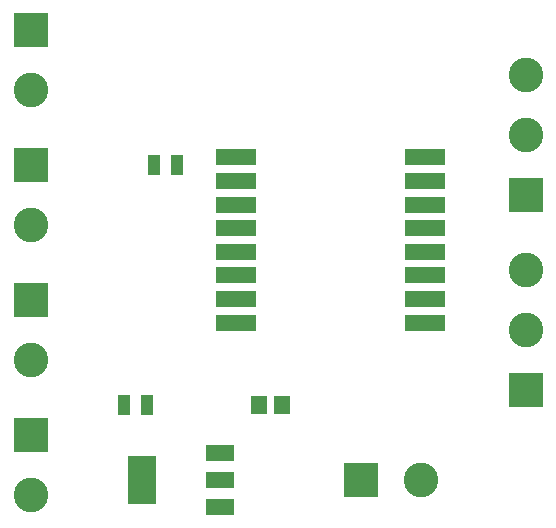
<source format=gbr>
G04 #@! TF.GenerationSoftware,KiCad,Pcbnew,5.0.0-fee4fd1~66~ubuntu16.04.1*
G04 #@! TF.CreationDate,2018-09-27T13:50:44+02:00*
G04 #@! TF.ProjectId,LedDimmer_ESP8266,4C656444696D6D65725F455350383236,rev?*
G04 #@! TF.SameCoordinates,Original*
G04 #@! TF.FileFunction,Soldermask,Top*
G04 #@! TF.FilePolarity,Negative*
%FSLAX46Y46*%
G04 Gerber Fmt 4.6, Leading zero omitted, Abs format (unit mm)*
G04 Created by KiCad (PCBNEW 5.0.0-fee4fd1~66~ubuntu16.04.1) date Thu Sep 27 13:50:44 2018*
%MOMM*%
%LPD*%
G01*
G04 APERTURE LIST*
%ADD10R,2.940000X2.940000*%
%ADD11C,2.940000*%
%ADD12R,1.400000X1.650000*%
%ADD13R,1.100000X1.700000*%
%ADD14R,2.432000X4.057600*%
%ADD15R,2.432000X1.416000*%
%ADD16R,3.400000X1.400000*%
G04 APERTURE END LIST*
D10*
G04 #@! TO.C,5VIN1*
X172720000Y-116840000D03*
D11*
X177800000Y-116840000D03*
G04 #@! TD*
D10*
G04 #@! TO.C,BT1*
X144780000Y-113030000D03*
D11*
X144780000Y-118110000D03*
G04 #@! TD*
D10*
G04 #@! TO.C,BT2*
X144780000Y-90170000D03*
D11*
X144780000Y-95250000D03*
G04 #@! TD*
D12*
G04 #@! TO.C,C1*
X164100000Y-110490000D03*
X166100000Y-110490000D03*
G04 #@! TD*
D10*
G04 #@! TO.C,LED_BT1*
X144780000Y-101600000D03*
D11*
X144780000Y-106680000D03*
G04 #@! TD*
D10*
G04 #@! TO.C,LED_BT2*
X144780000Y-78740000D03*
D11*
X144780000Y-83820000D03*
G04 #@! TD*
D10*
G04 #@! TO.C,LED_STRIP_1*
X186690000Y-92710000D03*
D11*
X186690000Y-87630000D03*
X186690000Y-82550000D03*
G04 #@! TD*
D10*
G04 #@! TO.C,LED_STRIP_2*
X186690000Y-109220000D03*
D11*
X186690000Y-104140000D03*
X186690000Y-99060000D03*
G04 #@! TD*
D13*
G04 #@! TO.C,R1*
X154620000Y-110490000D03*
X152720000Y-110490000D03*
G04 #@! TD*
G04 #@! TO.C,R2*
X157160000Y-90170000D03*
X155260000Y-90170000D03*
G04 #@! TD*
D14*
G04 #@! TO.C,U1*
X154178000Y-116840000D03*
D15*
X160782000Y-116840000D03*
X160782000Y-114554000D03*
X160782000Y-119126000D03*
G04 #@! TD*
D16*
G04 #@! TO.C,U2*
X162180000Y-89520000D03*
X162180000Y-91520000D03*
X162180000Y-93520000D03*
X162180000Y-95520000D03*
X162180000Y-97520000D03*
X162180000Y-99520000D03*
X162180000Y-101520000D03*
X162180000Y-103520000D03*
X178180000Y-103520000D03*
X178180000Y-101520000D03*
X178180000Y-99520000D03*
X178180000Y-97520000D03*
X178180000Y-95520000D03*
X178180000Y-93520000D03*
X178180000Y-91520000D03*
X178180000Y-89520000D03*
G04 #@! TD*
M02*

</source>
